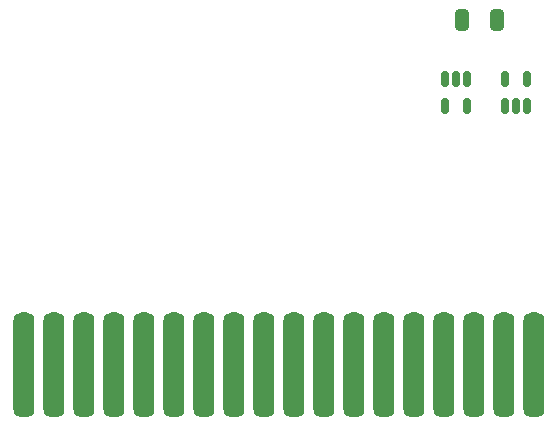
<source format=gbr>
%TF.GenerationSoftware,KiCad,Pcbnew,(6.99.0-1875-gfe1a5267a2)*%
%TF.CreationDate,2022-07-20T16:18:23+02:00*%
%TF.ProjectId,Vectorblade_PLCC32_THT_Kicad6,56656374-6f72-4626-9c61-64655f504c43,rev?*%
%TF.SameCoordinates,Original*%
%TF.FileFunction,Paste,Top*%
%TF.FilePolarity,Positive*%
%FSLAX46Y46*%
G04 Gerber Fmt 4.6, Leading zero omitted, Abs format (unit mm)*
G04 Created by KiCad (PCBNEW (6.99.0-1875-gfe1a5267a2)) date 2022-07-20 16:18:23*
%MOMM*%
%LPD*%
G01*
G04 APERTURE LIST*
G04 Aperture macros list*
%AMRoundRect*
0 Rectangle with rounded corners*
0 $1 Rounding radius*
0 $2 $3 $4 $5 $6 $7 $8 $9 X,Y pos of 4 corners*
0 Add a 4 corners polygon primitive as box body*
4,1,4,$2,$3,$4,$5,$6,$7,$8,$9,$2,$3,0*
0 Add four circle primitives for the rounded corners*
1,1,$1+$1,$2,$3*
1,1,$1+$1,$4,$5*
1,1,$1+$1,$6,$7*
1,1,$1+$1,$8,$9*
0 Add four rect primitives between the rounded corners*
20,1,$1+$1,$2,$3,$4,$5,0*
20,1,$1+$1,$4,$5,$6,$7,0*
20,1,$1+$1,$6,$7,$8,$9,0*
20,1,$1+$1,$8,$9,$2,$3,0*%
G04 Aperture macros list end*
%ADD10RoundRect,0.666750X-0.222250X-3.778250X0.222250X-3.778250X0.222250X3.778250X-0.222250X3.778250X0*%
%ADD11RoundRect,0.150000X0.150000X-0.512500X0.150000X0.512500X-0.150000X0.512500X-0.150000X-0.512500X0*%
%ADD12RoundRect,0.150000X-0.150000X0.512500X-0.150000X-0.512500X0.150000X-0.512500X0.150000X0.512500X0*%
%ADD13RoundRect,0.250000X-0.325000X-0.650000X0.325000X-0.650000X0.325000X0.650000X-0.325000X0.650000X0*%
G04 APERTURE END LIST*
D10*
%TO.C,CON3*%
X179070000Y-114300000D03*
X176530000Y-114300000D03*
X173990000Y-114300000D03*
X171450000Y-114300000D03*
X168910000Y-114300000D03*
X166370000Y-114300000D03*
X163830000Y-114300000D03*
X161290000Y-114300000D03*
X158750000Y-114300000D03*
X156210000Y-114300000D03*
X153670000Y-114300000D03*
X151130000Y-114300000D03*
X148590000Y-114300000D03*
X146050000Y-114300000D03*
X143510000Y-114300000D03*
X140970000Y-114300000D03*
X138430000Y-114300000D03*
X135890000Y-114300000D03*
%TD*%
D11*
%TO.C,U2*%
X176596000Y-92323500D03*
X177546000Y-92323500D03*
X178496000Y-92323500D03*
X178496000Y-90048500D03*
X176596000Y-90048500D03*
%TD*%
D12*
%TO.C,U3*%
X173416000Y-90048500D03*
X172466000Y-90048500D03*
X171516000Y-90048500D03*
X171516000Y-92323500D03*
X173416000Y-92323500D03*
%TD*%
D13*
%TO.C,C1*%
X173023000Y-85090000D03*
X175973000Y-85090000D03*
%TD*%
M02*

</source>
